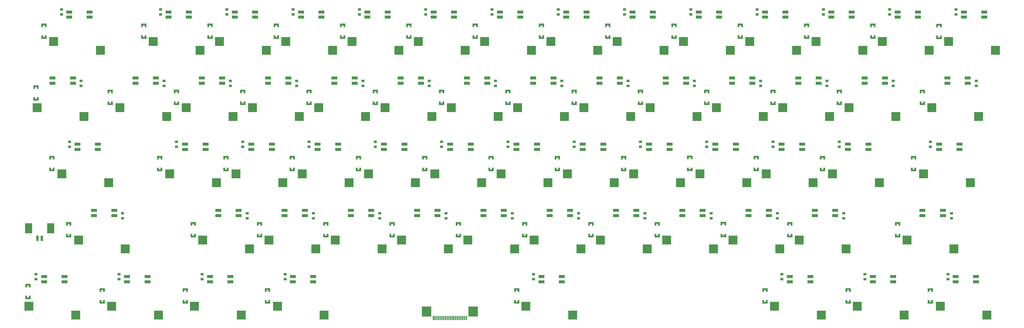
<source format=gtp>
G04*
G04 #@! TF.GenerationSoftware,Altium Limited,Altium Designer,22.11.1 (43)*
G04*
G04 Layer_Color=8421504*
%FSLAX25Y25*%
%MOIN*%
G70*
G04*
G04 #@! TF.SameCoordinates,509FAB96-BA13-478C-B9E3-17E204E106FE*
G04*
G04*
G04 #@! TF.FilePolarity,Positive*
G04*
G01*
G75*
%ADD15R,0.07087X0.03228*%
%ADD16R,0.10039X0.09843*%
%ADD17R,0.03543X0.03150*%
%ADD18R,0.02264X0.04331*%
%ADD19R,0.06496X0.02362*%
%ADD20R,0.03150X0.06299*%
%ADD21R,0.08268X0.11811*%
%ADD22R,0.01181X0.04724*%
%ADD23R,0.10630X0.11811*%
D15*
X1075961Y360953D02*
D03*
Y355047D02*
D03*
X1099039Y360953D02*
D03*
Y355047D02*
D03*
X35341Y60966D02*
D03*
Y55061D02*
D03*
X58419Y60966D02*
D03*
Y55061D02*
D03*
X129089Y60966D02*
D03*
Y55061D02*
D03*
X152167Y60966D02*
D03*
Y55061D02*
D03*
X222841Y60966D02*
D03*
Y55061D02*
D03*
X245919Y60966D02*
D03*
Y55061D02*
D03*
X316589Y60966D02*
D03*
Y55061D02*
D03*
X339667Y60966D02*
D03*
Y55061D02*
D03*
X597841Y60966D02*
D03*
Y55061D02*
D03*
X620919Y60966D02*
D03*
Y55061D02*
D03*
X879088Y60966D02*
D03*
Y55061D02*
D03*
X902167Y60966D02*
D03*
Y55061D02*
D03*
X972841Y60966D02*
D03*
Y55061D02*
D03*
X995920Y60966D02*
D03*
Y55061D02*
D03*
X1066588Y60966D02*
D03*
Y55061D02*
D03*
X1089667Y60966D02*
D03*
Y55061D02*
D03*
X1052167Y130060D02*
D03*
Y135966D02*
D03*
X1029088Y130060D02*
D03*
Y135966D02*
D03*
X930292Y130060D02*
D03*
Y135966D02*
D03*
X907213Y130060D02*
D03*
Y135966D02*
D03*
X855292Y130060D02*
D03*
Y135966D02*
D03*
X832213Y130060D02*
D03*
Y135966D02*
D03*
X780292Y130060D02*
D03*
Y135966D02*
D03*
X757213Y130060D02*
D03*
Y135966D02*
D03*
X705291Y130060D02*
D03*
Y135966D02*
D03*
X682213Y130060D02*
D03*
Y135966D02*
D03*
X630291Y130060D02*
D03*
Y135966D02*
D03*
X607213Y130060D02*
D03*
Y135966D02*
D03*
X555291Y130060D02*
D03*
Y135966D02*
D03*
X532213Y130060D02*
D03*
Y135966D02*
D03*
X480291Y130060D02*
D03*
Y135966D02*
D03*
X457213Y130060D02*
D03*
Y135966D02*
D03*
X405291Y130060D02*
D03*
Y135966D02*
D03*
X382213Y130060D02*
D03*
Y135966D02*
D03*
X330291Y130060D02*
D03*
Y135966D02*
D03*
X307213Y130060D02*
D03*
Y135966D02*
D03*
X255291Y130060D02*
D03*
Y135966D02*
D03*
X232213Y130060D02*
D03*
Y135966D02*
D03*
X114669Y130060D02*
D03*
Y135966D02*
D03*
X91590Y130060D02*
D03*
Y135966D02*
D03*
X72841Y210966D02*
D03*
Y205061D02*
D03*
X95919Y210966D02*
D03*
Y205061D02*
D03*
X194713Y210966D02*
D03*
Y205061D02*
D03*
X217791Y210966D02*
D03*
Y205061D02*
D03*
X269713Y210966D02*
D03*
Y205061D02*
D03*
X292791Y210966D02*
D03*
Y205061D02*
D03*
X344713Y210966D02*
D03*
Y205061D02*
D03*
X367791Y210966D02*
D03*
Y205061D02*
D03*
X419713Y210966D02*
D03*
Y205061D02*
D03*
X442791Y210966D02*
D03*
Y205061D02*
D03*
X494713Y210966D02*
D03*
Y205061D02*
D03*
X517791Y210966D02*
D03*
Y205061D02*
D03*
X569713Y210966D02*
D03*
Y205061D02*
D03*
X592791Y210966D02*
D03*
Y205061D02*
D03*
X644713Y210966D02*
D03*
Y205061D02*
D03*
X667791Y210966D02*
D03*
Y205061D02*
D03*
X719712Y210966D02*
D03*
Y205061D02*
D03*
X742791Y210966D02*
D03*
Y205061D02*
D03*
X794713Y210966D02*
D03*
Y205061D02*
D03*
X817792Y210966D02*
D03*
Y205061D02*
D03*
X869713Y210966D02*
D03*
Y205061D02*
D03*
X892792Y210966D02*
D03*
Y205061D02*
D03*
X944713Y210966D02*
D03*
Y205061D02*
D03*
X967792Y210966D02*
D03*
Y205061D02*
D03*
X1047841Y210966D02*
D03*
Y205061D02*
D03*
X1070919Y210966D02*
D03*
Y205061D02*
D03*
X1080292Y280061D02*
D03*
Y285966D02*
D03*
X1057213Y280061D02*
D03*
Y285966D02*
D03*
X986542Y280061D02*
D03*
Y285966D02*
D03*
X963463Y280061D02*
D03*
Y285966D02*
D03*
X911542Y280061D02*
D03*
Y285966D02*
D03*
X888463Y280061D02*
D03*
Y285966D02*
D03*
X836542Y280061D02*
D03*
Y285966D02*
D03*
X813463Y280061D02*
D03*
Y285966D02*
D03*
X761542Y280061D02*
D03*
Y285966D02*
D03*
X738463Y280061D02*
D03*
Y285966D02*
D03*
X686541Y280061D02*
D03*
Y285966D02*
D03*
X663463Y280061D02*
D03*
Y285966D02*
D03*
X611541Y280061D02*
D03*
Y285966D02*
D03*
X588463Y280061D02*
D03*
Y285966D02*
D03*
X536541Y280061D02*
D03*
Y285966D02*
D03*
X513463Y280061D02*
D03*
Y285966D02*
D03*
X461541Y280061D02*
D03*
Y285966D02*
D03*
X438463Y280061D02*
D03*
Y285966D02*
D03*
X386541Y280061D02*
D03*
Y285966D02*
D03*
X363463Y280061D02*
D03*
Y285966D02*
D03*
X311541Y280061D02*
D03*
Y285966D02*
D03*
X288463Y280061D02*
D03*
Y285966D02*
D03*
X236541Y280061D02*
D03*
Y285966D02*
D03*
X213463Y280061D02*
D03*
Y285966D02*
D03*
X161541Y280061D02*
D03*
Y285966D02*
D03*
X138463Y280061D02*
D03*
Y285966D02*
D03*
X67792Y280061D02*
D03*
Y285966D02*
D03*
X44713Y280061D02*
D03*
Y285966D02*
D03*
X63463Y360953D02*
D03*
Y355047D02*
D03*
X86541Y360953D02*
D03*
Y355047D02*
D03*
X175963Y360953D02*
D03*
Y355047D02*
D03*
X199041Y360953D02*
D03*
Y355047D02*
D03*
X250963Y360953D02*
D03*
Y355047D02*
D03*
X274041Y360953D02*
D03*
Y355047D02*
D03*
X325963Y360953D02*
D03*
Y355047D02*
D03*
X349041Y360953D02*
D03*
Y355047D02*
D03*
X475963Y360953D02*
D03*
Y355047D02*
D03*
X499041Y360953D02*
D03*
Y355047D02*
D03*
X550963Y360953D02*
D03*
Y355047D02*
D03*
X574041Y360953D02*
D03*
Y355047D02*
D03*
X625967Y360953D02*
D03*
Y355047D02*
D03*
X649045Y360953D02*
D03*
Y355047D02*
D03*
X700966Y360953D02*
D03*
Y355047D02*
D03*
X724045Y360953D02*
D03*
Y355047D02*
D03*
X775963Y360953D02*
D03*
Y355047D02*
D03*
X799042Y360953D02*
D03*
Y355047D02*
D03*
X850963Y360953D02*
D03*
Y355047D02*
D03*
X874042Y360953D02*
D03*
Y355047D02*
D03*
X925963Y360953D02*
D03*
Y355047D02*
D03*
X949042Y360953D02*
D03*
Y355047D02*
D03*
X1000963Y360953D02*
D03*
Y355047D02*
D03*
X1024042Y360953D02*
D03*
Y355047D02*
D03*
X400963Y360953D02*
D03*
Y355047D02*
D03*
X424041Y360953D02*
D03*
Y355047D02*
D03*
D16*
X739776Y102503D02*
D03*
X792729Y92503D02*
D03*
X1058526Y327503D02*
D03*
X1111479Y317503D02*
D03*
X983526Y327503D02*
D03*
X1036479Y317503D02*
D03*
X908526Y327503D02*
D03*
X961479Y317503D02*
D03*
X833526Y327503D02*
D03*
X886479Y317503D02*
D03*
X758526Y327503D02*
D03*
X811479Y317503D02*
D03*
X683529Y327503D02*
D03*
X736482Y317503D02*
D03*
X608530Y327503D02*
D03*
X661482Y317503D02*
D03*
X533526Y327503D02*
D03*
X586478Y317503D02*
D03*
X458526Y327503D02*
D03*
X511478Y317503D02*
D03*
X383526Y327503D02*
D03*
X436478Y317503D02*
D03*
X308526Y327503D02*
D03*
X361478Y317503D02*
D03*
X233526Y327503D02*
D03*
X286478Y317503D02*
D03*
X158526Y327503D02*
D03*
X211478Y317503D02*
D03*
X98978Y317503D02*
D03*
X46026Y327503D02*
D03*
X27276Y252503D02*
D03*
X80228Y242503D02*
D03*
X121026Y252503D02*
D03*
X173978Y242503D02*
D03*
X196026Y252503D02*
D03*
X248978Y242503D02*
D03*
X271026Y252503D02*
D03*
X323978Y242503D02*
D03*
X346026Y252503D02*
D03*
X398978Y242503D02*
D03*
X421026Y252503D02*
D03*
X473978Y242503D02*
D03*
X496026Y252503D02*
D03*
X548978Y242503D02*
D03*
X571026Y252503D02*
D03*
X623978Y242503D02*
D03*
X646026Y252503D02*
D03*
X698978Y242503D02*
D03*
X721026Y252503D02*
D03*
X773979Y242503D02*
D03*
X796026Y252503D02*
D03*
X848979Y242503D02*
D03*
X871026Y252503D02*
D03*
X923979Y242503D02*
D03*
X946026Y252503D02*
D03*
X998979Y242503D02*
D03*
X1039776Y252503D02*
D03*
X1092729Y242503D02*
D03*
X108356Y167503D02*
D03*
X55404Y177503D02*
D03*
X127106Y92502D02*
D03*
X74154Y102502D02*
D03*
X177276Y177503D02*
D03*
X230228Y167503D02*
D03*
X252276Y177503D02*
D03*
X305228Y167503D02*
D03*
X327276Y177503D02*
D03*
X380228Y167503D02*
D03*
X402276Y177503D02*
D03*
X455228Y167503D02*
D03*
X477276Y177503D02*
D03*
X530228Y167503D02*
D03*
X552276Y177503D02*
D03*
X605228Y167503D02*
D03*
X627276Y177503D02*
D03*
X680228Y167503D02*
D03*
X702275Y177503D02*
D03*
X755228Y167503D02*
D03*
X777276Y177503D02*
D03*
X830229Y167503D02*
D03*
X852276Y177503D02*
D03*
X905229Y167503D02*
D03*
X927276Y177503D02*
D03*
X980229Y167503D02*
D03*
X1030404Y177503D02*
D03*
X1083356Y167503D02*
D03*
X1064604Y92502D02*
D03*
X1011651Y102502D02*
D03*
X889776Y102503D02*
D03*
X942729Y92503D02*
D03*
X814776Y102503D02*
D03*
X867729Y92503D02*
D03*
X664776Y102503D02*
D03*
X717728Y92503D02*
D03*
X589776Y102503D02*
D03*
X642728Y92503D02*
D03*
X514776Y102503D02*
D03*
X567728Y92503D02*
D03*
X439776Y102503D02*
D03*
X492728Y92503D02*
D03*
X364776Y102503D02*
D03*
X417728Y92503D02*
D03*
X289776Y102503D02*
D03*
X342728Y92503D02*
D03*
X214776Y102503D02*
D03*
X267728Y92503D02*
D03*
X17903Y27503D02*
D03*
X70856Y17503D02*
D03*
X111652Y27503D02*
D03*
X164604Y17503D02*
D03*
X205403Y27503D02*
D03*
X258356Y17503D02*
D03*
X299152Y27503D02*
D03*
X352104Y17503D02*
D03*
X580404Y27503D02*
D03*
X633356Y17503D02*
D03*
X861651Y27503D02*
D03*
X914604Y17503D02*
D03*
X955404Y27503D02*
D03*
X1008357Y17503D02*
D03*
X1049151Y27503D02*
D03*
X1102104Y17503D02*
D03*
D17*
X410000Y213953D02*
D03*
Y208047D02*
D03*
X1067000Y363906D02*
D03*
Y358000D02*
D03*
X992000Y363953D02*
D03*
Y358047D02*
D03*
X917000Y363953D02*
D03*
Y358047D02*
D03*
X842000Y363953D02*
D03*
Y358047D02*
D03*
X767000Y363953D02*
D03*
Y358047D02*
D03*
X692000Y363953D02*
D03*
Y358047D02*
D03*
X617000Y363953D02*
D03*
Y358047D02*
D03*
X542000Y363953D02*
D03*
Y358047D02*
D03*
X467000Y363953D02*
D03*
Y358047D02*
D03*
X392000Y363953D02*
D03*
Y358047D02*
D03*
X317000Y363953D02*
D03*
Y358047D02*
D03*
X242000Y363953D02*
D03*
Y358047D02*
D03*
X167000Y363953D02*
D03*
Y358047D02*
D03*
X55000Y363953D02*
D03*
Y358047D02*
D03*
X77000Y277047D02*
D03*
Y282953D02*
D03*
X171000Y277047D02*
D03*
Y282953D02*
D03*
X246000Y277047D02*
D03*
Y282953D02*
D03*
X321000Y277047D02*
D03*
Y282953D02*
D03*
X396000Y277047D02*
D03*
Y282953D02*
D03*
X471000Y277047D02*
D03*
Y282953D02*
D03*
X546000Y277047D02*
D03*
Y282953D02*
D03*
X621000Y277047D02*
D03*
Y282953D02*
D03*
X696000Y277047D02*
D03*
Y282953D02*
D03*
X771000Y277047D02*
D03*
Y282953D02*
D03*
X846000Y277047D02*
D03*
Y282953D02*
D03*
X921000Y277047D02*
D03*
Y282953D02*
D03*
X996000Y277047D02*
D03*
Y282953D02*
D03*
X1090000Y277047D02*
D03*
Y282953D02*
D03*
X64000Y213953D02*
D03*
Y208047D02*
D03*
X185000Y213906D02*
D03*
Y208000D02*
D03*
X260000Y213953D02*
D03*
Y208047D02*
D03*
X335000Y213953D02*
D03*
Y208047D02*
D03*
X485000Y213953D02*
D03*
Y208047D02*
D03*
X560000Y213953D02*
D03*
Y208047D02*
D03*
X635000Y213953D02*
D03*
Y208047D02*
D03*
X710000Y213953D02*
D03*
Y208047D02*
D03*
X785000Y213953D02*
D03*
Y208047D02*
D03*
X860000Y213953D02*
D03*
Y208047D02*
D03*
X935000Y213953D02*
D03*
Y208047D02*
D03*
X1038000Y213953D02*
D03*
Y208047D02*
D03*
X1062000Y127047D02*
D03*
Y132953D02*
D03*
X940000Y127047D02*
D03*
Y132953D02*
D03*
X865000Y127047D02*
D03*
Y132953D02*
D03*
X790000Y127047D02*
D03*
Y132953D02*
D03*
X715000Y127047D02*
D03*
Y132953D02*
D03*
X640000Y127047D02*
D03*
Y132953D02*
D03*
X565000Y127047D02*
D03*
Y132953D02*
D03*
X490000Y127047D02*
D03*
Y132953D02*
D03*
X415000Y127047D02*
D03*
Y132953D02*
D03*
X340000Y127047D02*
D03*
Y132953D02*
D03*
X265000Y127047D02*
D03*
Y132953D02*
D03*
X124000Y127047D02*
D03*
Y132953D02*
D03*
X26000Y63953D02*
D03*
Y58047D02*
D03*
X120000Y63953D02*
D03*
Y58047D02*
D03*
X214000Y63953D02*
D03*
Y58047D02*
D03*
X308000Y63953D02*
D03*
Y58047D02*
D03*
X589000Y63953D02*
D03*
Y58047D02*
D03*
X870000Y63953D02*
D03*
Y58047D02*
D03*
X964000Y63953D02*
D03*
Y58047D02*
D03*
X1058000Y63953D02*
D03*
Y58047D02*
D03*
D18*
X1050000Y345386D02*
D03*
X1045768D02*
D03*
Y332000D02*
D03*
X1050000D02*
D03*
X975116Y345693D02*
D03*
X970884D02*
D03*
Y332307D02*
D03*
X975116D02*
D03*
X900116Y345693D02*
D03*
X895884D02*
D03*
Y332307D02*
D03*
X900116D02*
D03*
X825116Y345693D02*
D03*
X820884D02*
D03*
Y332307D02*
D03*
X825116D02*
D03*
X750116Y345693D02*
D03*
X745884D02*
D03*
Y332307D02*
D03*
X750116D02*
D03*
X675116Y345693D02*
D03*
X670884D02*
D03*
Y332307D02*
D03*
X675116D02*
D03*
X600116Y345693D02*
D03*
X595884D02*
D03*
Y332307D02*
D03*
X600116D02*
D03*
X525116Y345693D02*
D03*
X520884D02*
D03*
Y332307D02*
D03*
X525116D02*
D03*
X450116Y345693D02*
D03*
X445884D02*
D03*
Y332307D02*
D03*
X450116D02*
D03*
X375116Y345693D02*
D03*
X370884D02*
D03*
Y332307D02*
D03*
X375116D02*
D03*
X300116Y345693D02*
D03*
X295884D02*
D03*
Y332307D02*
D03*
X300116D02*
D03*
X225116Y345693D02*
D03*
X220884D02*
D03*
Y332307D02*
D03*
X225116D02*
D03*
X150116Y345693D02*
D03*
X145884D02*
D03*
Y332307D02*
D03*
X150116D02*
D03*
X37116Y345693D02*
D03*
X32884D02*
D03*
Y332307D02*
D03*
X37116D02*
D03*
X28116Y275693D02*
D03*
X23884D02*
D03*
Y262307D02*
D03*
X28116D02*
D03*
X112116Y270693D02*
D03*
X107884D02*
D03*
Y257307D02*
D03*
X112116D02*
D03*
X187116Y270693D02*
D03*
X182884D02*
D03*
Y257307D02*
D03*
X187116D02*
D03*
X262116Y270693D02*
D03*
X257884D02*
D03*
Y257307D02*
D03*
X262116D02*
D03*
X337116Y270693D02*
D03*
X332884D02*
D03*
Y257307D02*
D03*
X337116D02*
D03*
X412116Y270693D02*
D03*
X407884D02*
D03*
Y257307D02*
D03*
X412116D02*
D03*
X487116Y270693D02*
D03*
X482884D02*
D03*
Y257307D02*
D03*
X487116D02*
D03*
X562116Y270693D02*
D03*
X557884D02*
D03*
Y257307D02*
D03*
X562116D02*
D03*
X637116Y270693D02*
D03*
X632884D02*
D03*
Y257307D02*
D03*
X637116D02*
D03*
X712116Y270693D02*
D03*
X707884D02*
D03*
Y257307D02*
D03*
X712116D02*
D03*
X787116Y270693D02*
D03*
X782884D02*
D03*
Y257307D02*
D03*
X787116D02*
D03*
X862116Y270693D02*
D03*
X857884D02*
D03*
Y257307D02*
D03*
X862116D02*
D03*
X937116Y270693D02*
D03*
X932884D02*
D03*
Y257307D02*
D03*
X937116D02*
D03*
X1031116Y270693D02*
D03*
X1026884D02*
D03*
Y257307D02*
D03*
X1031116D02*
D03*
X46116Y195693D02*
D03*
X41884D02*
D03*
Y182307D02*
D03*
X46116D02*
D03*
X168116Y195693D02*
D03*
X163884D02*
D03*
Y182307D02*
D03*
X168116D02*
D03*
X243116Y195693D02*
D03*
X238884D02*
D03*
Y182307D02*
D03*
X243116D02*
D03*
X318116Y195693D02*
D03*
X313884D02*
D03*
Y182307D02*
D03*
X318116D02*
D03*
X393116Y195693D02*
D03*
X388884D02*
D03*
Y182307D02*
D03*
X393116D02*
D03*
X468116Y195693D02*
D03*
X463884D02*
D03*
Y182307D02*
D03*
X468116D02*
D03*
X543116Y195693D02*
D03*
X538884D02*
D03*
Y182307D02*
D03*
X543116D02*
D03*
X618116Y195693D02*
D03*
X613884D02*
D03*
Y182307D02*
D03*
X618116D02*
D03*
X693116Y195693D02*
D03*
X688884D02*
D03*
Y182307D02*
D03*
X693116D02*
D03*
X768000Y196000D02*
D03*
X763768D02*
D03*
Y182614D02*
D03*
X768000D02*
D03*
X843116Y195693D02*
D03*
X838884D02*
D03*
Y182307D02*
D03*
X843116D02*
D03*
X918116Y195693D02*
D03*
X913884D02*
D03*
Y182307D02*
D03*
X918116D02*
D03*
X1021116Y195693D02*
D03*
X1016884D02*
D03*
Y182307D02*
D03*
X1021116D02*
D03*
X1003116Y120693D02*
D03*
X998884D02*
D03*
Y107307D02*
D03*
X1003116D02*
D03*
X881116Y120693D02*
D03*
X876884D02*
D03*
Y107307D02*
D03*
X881116D02*
D03*
X806000Y121000D02*
D03*
X801768D02*
D03*
Y107614D02*
D03*
X806000D02*
D03*
X731116Y120693D02*
D03*
X726884D02*
D03*
Y107307D02*
D03*
X731116D02*
D03*
X656116Y120693D02*
D03*
X651884D02*
D03*
Y107307D02*
D03*
X656116D02*
D03*
X581116Y120693D02*
D03*
X576884D02*
D03*
Y107307D02*
D03*
X581116D02*
D03*
X506116Y120693D02*
D03*
X501884D02*
D03*
Y107307D02*
D03*
X506116D02*
D03*
X431116Y120693D02*
D03*
X426884D02*
D03*
Y107307D02*
D03*
X431116D02*
D03*
X356116Y120693D02*
D03*
X351884D02*
D03*
Y107307D02*
D03*
X356116D02*
D03*
X281116Y120693D02*
D03*
X276884D02*
D03*
Y107307D02*
D03*
X281116D02*
D03*
X206116Y120693D02*
D03*
X201884D02*
D03*
Y107307D02*
D03*
X206116D02*
D03*
X65116Y120693D02*
D03*
X60884D02*
D03*
Y107307D02*
D03*
X65116D02*
D03*
X19116Y50693D02*
D03*
X14884D02*
D03*
Y37307D02*
D03*
X19116D02*
D03*
X103116Y45693D02*
D03*
X98884D02*
D03*
Y32307D02*
D03*
X103116D02*
D03*
X197116Y45693D02*
D03*
X192884D02*
D03*
Y32307D02*
D03*
X197116D02*
D03*
X290116Y45693D02*
D03*
X285884D02*
D03*
Y32307D02*
D03*
X290116D02*
D03*
X572116Y45693D02*
D03*
X567884D02*
D03*
Y32307D02*
D03*
X572116D02*
D03*
X853116Y45693D02*
D03*
X848884D02*
D03*
Y32307D02*
D03*
X853116D02*
D03*
X947116Y45693D02*
D03*
X942884D02*
D03*
Y32307D02*
D03*
X947116D02*
D03*
X1040116Y45693D02*
D03*
X1035884D02*
D03*
Y32307D02*
D03*
X1040116D02*
D03*
D19*
X1047884Y346370D02*
D03*
Y331016D02*
D03*
X973000Y346677D02*
D03*
Y331323D02*
D03*
X898000Y346677D02*
D03*
Y331323D02*
D03*
X823000Y346677D02*
D03*
Y331323D02*
D03*
X748000Y346677D02*
D03*
Y331323D02*
D03*
X673000Y346677D02*
D03*
Y331323D02*
D03*
X598000Y346677D02*
D03*
Y331323D02*
D03*
X523000Y346677D02*
D03*
Y331323D02*
D03*
X448000Y346677D02*
D03*
Y331323D02*
D03*
X373000Y346677D02*
D03*
Y331323D02*
D03*
X298000Y346677D02*
D03*
Y331323D02*
D03*
X223000Y346677D02*
D03*
Y331323D02*
D03*
X148000Y346677D02*
D03*
Y331323D02*
D03*
X35000Y346677D02*
D03*
Y331323D02*
D03*
X26000Y276677D02*
D03*
Y261323D02*
D03*
X110000Y271677D02*
D03*
Y256323D02*
D03*
X185000Y271677D02*
D03*
Y256323D02*
D03*
X260000Y271677D02*
D03*
Y256323D02*
D03*
X335000Y271677D02*
D03*
Y256323D02*
D03*
X410000Y271677D02*
D03*
Y256323D02*
D03*
X485000Y271677D02*
D03*
Y256323D02*
D03*
X560000Y271677D02*
D03*
Y256323D02*
D03*
X635000Y271677D02*
D03*
Y256323D02*
D03*
X710000Y271677D02*
D03*
Y256323D02*
D03*
X785000Y271677D02*
D03*
Y256323D02*
D03*
X860000Y271677D02*
D03*
Y256323D02*
D03*
X935000Y271677D02*
D03*
Y256323D02*
D03*
X1029000Y271677D02*
D03*
Y256323D02*
D03*
X44000Y196677D02*
D03*
Y181323D02*
D03*
X166000Y196677D02*
D03*
Y181323D02*
D03*
X241000Y196677D02*
D03*
Y181323D02*
D03*
X316000Y196677D02*
D03*
Y181323D02*
D03*
X391000Y196677D02*
D03*
Y181323D02*
D03*
X466000Y196677D02*
D03*
Y181323D02*
D03*
X541000Y196677D02*
D03*
Y181323D02*
D03*
X616000Y196677D02*
D03*
Y181323D02*
D03*
X691000Y196677D02*
D03*
Y181323D02*
D03*
X765884Y196984D02*
D03*
Y181630D02*
D03*
X841000Y196677D02*
D03*
Y181323D02*
D03*
X916000Y196677D02*
D03*
Y181323D02*
D03*
X1019000Y196677D02*
D03*
Y181323D02*
D03*
X1001000Y121677D02*
D03*
Y106323D02*
D03*
X879000Y121677D02*
D03*
Y106323D02*
D03*
X803884Y121984D02*
D03*
Y106630D02*
D03*
X729000Y121677D02*
D03*
Y106323D02*
D03*
X654000Y121677D02*
D03*
Y106323D02*
D03*
X579000Y121677D02*
D03*
Y106323D02*
D03*
X504000Y121677D02*
D03*
Y106323D02*
D03*
X429000Y121677D02*
D03*
Y106323D02*
D03*
X354000Y121677D02*
D03*
Y106323D02*
D03*
X279000Y121677D02*
D03*
Y106323D02*
D03*
X204000Y121677D02*
D03*
Y106323D02*
D03*
X63000Y121677D02*
D03*
Y106323D02*
D03*
X17000Y51677D02*
D03*
Y36323D02*
D03*
X101000Y46677D02*
D03*
Y31323D02*
D03*
X195000Y46677D02*
D03*
Y31323D02*
D03*
X288000Y46677D02*
D03*
Y31323D02*
D03*
X570000Y46677D02*
D03*
Y31323D02*
D03*
X851000Y46677D02*
D03*
Y31323D02*
D03*
X945000Y46677D02*
D03*
Y31323D02*
D03*
X1038000Y46677D02*
D03*
Y31323D02*
D03*
D20*
X32461Y104291D02*
D03*
X27539D02*
D03*
D21*
X42500Y115709D02*
D03*
X17500D02*
D03*
D22*
X481378Y14000D02*
D03*
X483347D02*
D03*
X485315D02*
D03*
X487284D02*
D03*
X489252D02*
D03*
X491221D02*
D03*
X497126D02*
D03*
X499094D02*
D03*
X505000D02*
D03*
X506968D02*
D03*
X508937D02*
D03*
X510906D02*
D03*
X512874D02*
D03*
X503031D02*
D03*
X501063D02*
D03*
X495157D02*
D03*
X493189D02*
D03*
X479410D02*
D03*
X477441D02*
D03*
X475472D02*
D03*
D23*
X520472Y21323D02*
D03*
X467874D02*
D03*
M02*

</source>
